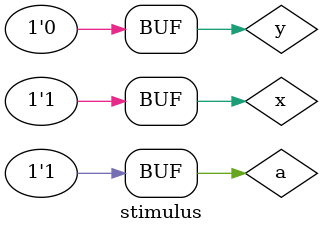
<source format=v>
`timescale 1ns / 1ps
module stimulus;
	// Inputs
	reg x;
	reg y;
	reg a;
	// Outputs
	wire z;
	// Instantiate the Unit Under Test (UUT)
	exercice3 uut (
		x, 
		y, 
		a,
		z
	);

 
	initial begin
	$dumpfile("test_exercice3.vcd");
    $dumpvars(0,stimulus);
		// Initialize Inputs
		x = 0;
		y = 0;
		a = 0;
 
	#20 x = 1;
	#20 y = 1;
	#20 a = 1;
	#20 y = 0;	
	#20 x = 1;	  
	#20 a = 1;
	#40 ;
 
	end  
 
		initial begin
		 $monitor("t=%3d x=%d,y=%d,a=%d,z=%d \n",$time,x,y,a,z, );
		 end
 
endmodule
 
 

</source>
